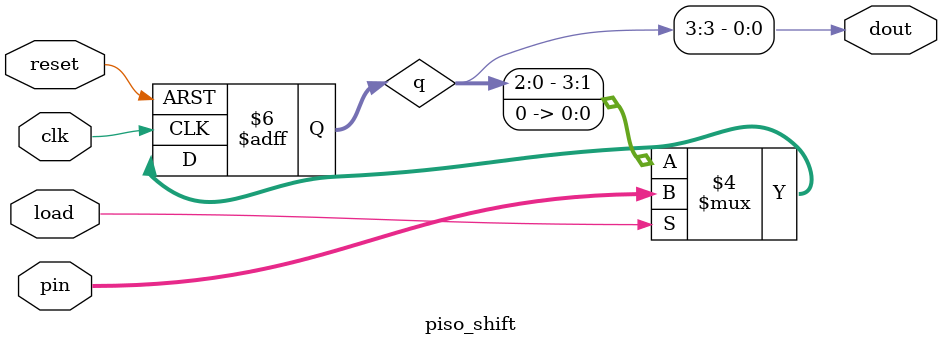
<source format=v>
module piso_shift(clk, reset, load, pin, dout);
  input clk, reset, load;
  input [3:0] pin;
  output reg dout;
  reg [3:0] q;

  always @(posedge clk or posedge reset) begin
    if (reset)
      q <= 4'b0000;
    else if (load)
      q <= pin;       
    else
      q <= {q[2:0], 1'b0};  
  end

  always @(*) begin
    dout = q[3]; 
  end
endmodule


</source>
